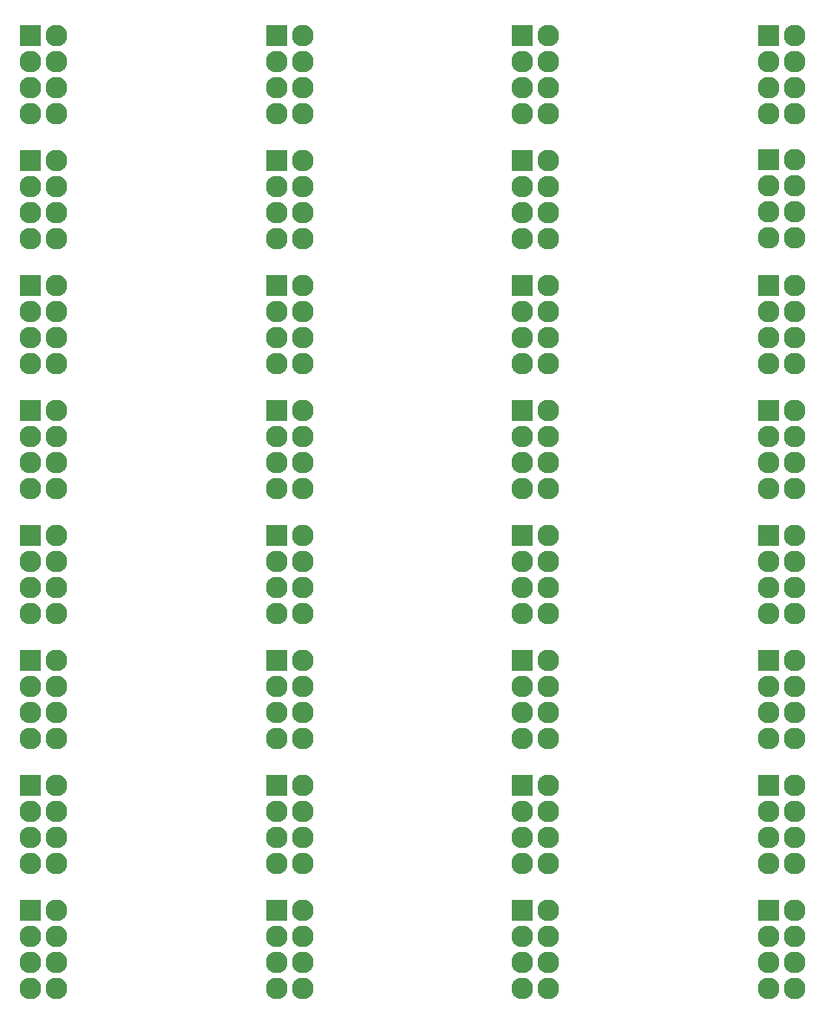
<source format=gbs>
G04 #@! TF.FileFunction,Soldermask,Bot*
%FSLAX46Y46*%
G04 Gerber Fmt 4.6, Leading zero omitted, Abs format (unit mm)*
G04 Created by KiCad (PCBNEW 4.0.2+e4-6225~38~ubuntu14.04.1-stable) date Fri 01 Jul 2016 09:40:48 PM CDT*
%MOMM*%
G01*
G04 APERTURE LIST*
%ADD10C,0.100000*%
%ADD11R,2.127200X2.127200*%
%ADD12O,2.127200X2.127200*%
G04 APERTURE END LIST*
D10*
D11*
X74500000Y-57250000D03*
D12*
X77040000Y-57250000D03*
X74500000Y-59790000D03*
X77040000Y-59790000D03*
X74500000Y-62330000D03*
X77040000Y-62330000D03*
X74500000Y-64870000D03*
X77040000Y-64870000D03*
D11*
X74500000Y-69450000D03*
D12*
X77040000Y-69450000D03*
X74500000Y-71990000D03*
X77040000Y-71990000D03*
X74500000Y-74530000D03*
X77040000Y-74530000D03*
X74500000Y-77070000D03*
X77040000Y-77070000D03*
D11*
X74500000Y-93850000D03*
D12*
X77040000Y-93850000D03*
X74500000Y-96390000D03*
X77040000Y-96390000D03*
X74500000Y-98930000D03*
X77040000Y-98930000D03*
X74500000Y-101470000D03*
X77040000Y-101470000D03*
D11*
X74500000Y-81650000D03*
D12*
X77040000Y-81650000D03*
X74500000Y-84190000D03*
X77040000Y-84190000D03*
X74500000Y-86730000D03*
X77040000Y-86730000D03*
X74500000Y-89270000D03*
X77040000Y-89270000D03*
D11*
X74500000Y-106050000D03*
D12*
X77040000Y-106050000D03*
X74500000Y-108590000D03*
X77040000Y-108590000D03*
X74500000Y-111130000D03*
X77040000Y-111130000D03*
X74500000Y-113670000D03*
X77040000Y-113670000D03*
D11*
X74500000Y-118250000D03*
D12*
X77040000Y-118250000D03*
X74500000Y-120790000D03*
X77040000Y-120790000D03*
X74500000Y-123330000D03*
X77040000Y-123330000D03*
X74500000Y-125870000D03*
X77040000Y-125870000D03*
D11*
X74500000Y-130450000D03*
D12*
X77040000Y-130450000D03*
X74500000Y-132990000D03*
X77040000Y-132990000D03*
X74500000Y-135530000D03*
X77040000Y-135530000D03*
X74500000Y-138070000D03*
X77040000Y-138070000D03*
D11*
X74500000Y-142650000D03*
D12*
X77040000Y-142650000D03*
X74500000Y-145190000D03*
X77040000Y-145190000D03*
X74500000Y-147730000D03*
X77040000Y-147730000D03*
X74500000Y-150270000D03*
X77040000Y-150270000D03*
D11*
X98500000Y-57250000D03*
D12*
X101040000Y-57250000D03*
X98500000Y-59790000D03*
X101040000Y-59790000D03*
X98500000Y-62330000D03*
X101040000Y-62330000D03*
X98500000Y-64870000D03*
X101040000Y-64870000D03*
D11*
X98500000Y-69450000D03*
D12*
X101040000Y-69450000D03*
X98500000Y-71990000D03*
X101040000Y-71990000D03*
X98500000Y-74530000D03*
X101040000Y-74530000D03*
X98500000Y-77070000D03*
X101040000Y-77070000D03*
D11*
X122500000Y-57250000D03*
D12*
X125040000Y-57250000D03*
X122500000Y-59790000D03*
X125040000Y-59790000D03*
X122500000Y-62330000D03*
X125040000Y-62330000D03*
X122500000Y-64870000D03*
X125040000Y-64870000D03*
D11*
X122500000Y-69450000D03*
D12*
X125040000Y-69450000D03*
X122500000Y-71990000D03*
X125040000Y-71990000D03*
X122500000Y-74530000D03*
X125040000Y-74530000D03*
X122500000Y-77070000D03*
X125040000Y-77070000D03*
D11*
X146500000Y-57250000D03*
D12*
X149040000Y-57250000D03*
X146500000Y-59790000D03*
X149040000Y-59790000D03*
X146500000Y-62330000D03*
X149040000Y-62330000D03*
X146500000Y-64870000D03*
X149040000Y-64870000D03*
D11*
X146500000Y-69400000D03*
D12*
X149040000Y-69400000D03*
X146500000Y-71940000D03*
X149040000Y-71940000D03*
X146500000Y-74480000D03*
X149040000Y-74480000D03*
X146500000Y-77020000D03*
X149040000Y-77020000D03*
D11*
X98500000Y-81650000D03*
D12*
X101040000Y-81650000D03*
X98500000Y-84190000D03*
X101040000Y-84190000D03*
X98500000Y-86730000D03*
X101040000Y-86730000D03*
X98500000Y-89270000D03*
X101040000Y-89270000D03*
D11*
X122500000Y-81650000D03*
D12*
X125040000Y-81650000D03*
X122500000Y-84190000D03*
X125040000Y-84190000D03*
X122500000Y-86730000D03*
X125040000Y-86730000D03*
X122500000Y-89270000D03*
X125040000Y-89270000D03*
D11*
X146500000Y-81650000D03*
D12*
X149040000Y-81650000D03*
X146500000Y-84190000D03*
X149040000Y-84190000D03*
X146500000Y-86730000D03*
X149040000Y-86730000D03*
X146500000Y-89270000D03*
X149040000Y-89270000D03*
D11*
X146500000Y-93850000D03*
D12*
X149040000Y-93850000D03*
X146500000Y-96390000D03*
X149040000Y-96390000D03*
X146500000Y-98930000D03*
X149040000Y-98930000D03*
X146500000Y-101470000D03*
X149040000Y-101470000D03*
D11*
X122500000Y-93850000D03*
D12*
X125040000Y-93850000D03*
X122500000Y-96390000D03*
X125040000Y-96390000D03*
X122500000Y-98930000D03*
X125040000Y-98930000D03*
X122500000Y-101470000D03*
X125040000Y-101470000D03*
D11*
X98500000Y-93850000D03*
D12*
X101040000Y-93850000D03*
X98500000Y-96390000D03*
X101040000Y-96390000D03*
X98500000Y-98930000D03*
X101040000Y-98930000D03*
X98500000Y-101470000D03*
X101040000Y-101470000D03*
D11*
X146500000Y-106050000D03*
D12*
X149040000Y-106050000D03*
X146500000Y-108590000D03*
X149040000Y-108590000D03*
X146500000Y-111130000D03*
X149040000Y-111130000D03*
X146500000Y-113670000D03*
X149040000Y-113670000D03*
D11*
X122500000Y-106050000D03*
D12*
X125040000Y-106050000D03*
X122500000Y-108590000D03*
X125040000Y-108590000D03*
X122500000Y-111130000D03*
X125040000Y-111130000D03*
X122500000Y-113670000D03*
X125040000Y-113670000D03*
D11*
X98500000Y-106050000D03*
D12*
X101040000Y-106050000D03*
X98500000Y-108590000D03*
X101040000Y-108590000D03*
X98500000Y-111130000D03*
X101040000Y-111130000D03*
X98500000Y-113670000D03*
X101040000Y-113670000D03*
D11*
X98500000Y-118250000D03*
D12*
X101040000Y-118250000D03*
X98500000Y-120790000D03*
X101040000Y-120790000D03*
X98500000Y-123330000D03*
X101040000Y-123330000D03*
X98500000Y-125870000D03*
X101040000Y-125870000D03*
D11*
X122500000Y-118250000D03*
D12*
X125040000Y-118250000D03*
X122500000Y-120790000D03*
X125040000Y-120790000D03*
X122500000Y-123330000D03*
X125040000Y-123330000D03*
X122500000Y-125870000D03*
X125040000Y-125870000D03*
D11*
X146500000Y-118250000D03*
D12*
X149040000Y-118250000D03*
X146500000Y-120790000D03*
X149040000Y-120790000D03*
X146500000Y-123330000D03*
X149040000Y-123330000D03*
X146500000Y-125870000D03*
X149040000Y-125870000D03*
D11*
X146500000Y-130450000D03*
D12*
X149040000Y-130450000D03*
X146500000Y-132990000D03*
X149040000Y-132990000D03*
X146500000Y-135530000D03*
X149040000Y-135530000D03*
X146500000Y-138070000D03*
X149040000Y-138070000D03*
D11*
X122500000Y-130450000D03*
D12*
X125040000Y-130450000D03*
X122500000Y-132990000D03*
X125040000Y-132990000D03*
X122500000Y-135530000D03*
X125040000Y-135530000D03*
X122500000Y-138070000D03*
X125040000Y-138070000D03*
D11*
X98500000Y-130450000D03*
D12*
X101040000Y-130450000D03*
X98500000Y-132990000D03*
X101040000Y-132990000D03*
X98500000Y-135530000D03*
X101040000Y-135530000D03*
X98500000Y-138070000D03*
X101040000Y-138070000D03*
D11*
X98500000Y-142650000D03*
D12*
X101040000Y-142650000D03*
X98500000Y-145190000D03*
X101040000Y-145190000D03*
X98500000Y-147730000D03*
X101040000Y-147730000D03*
X98500000Y-150270000D03*
X101040000Y-150270000D03*
D11*
X122500000Y-142650000D03*
D12*
X125040000Y-142650000D03*
X122500000Y-145190000D03*
X125040000Y-145190000D03*
X122500000Y-147730000D03*
X125040000Y-147730000D03*
X122500000Y-150270000D03*
X125040000Y-150270000D03*
D11*
X146500000Y-142650000D03*
D12*
X149040000Y-142650000D03*
X146500000Y-145190000D03*
X149040000Y-145190000D03*
X146500000Y-147730000D03*
X149040000Y-147730000D03*
X146500000Y-150270000D03*
X149040000Y-150270000D03*
M02*

</source>
